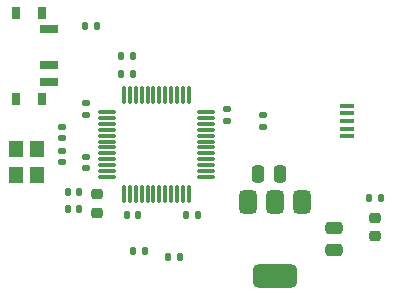
<source format=gbr>
%TF.GenerationSoftware,KiCad,Pcbnew,8.0.3*%
%TF.CreationDate,2024-07-09T00:13:46+05:30*%
%TF.ProjectId,STM32 PCB DESIGN,53544d33-3220-4504-9342-204445534947,rev?*%
%TF.SameCoordinates,Original*%
%TF.FileFunction,Paste,Top*%
%TF.FilePolarity,Positive*%
%FSLAX46Y46*%
G04 Gerber Fmt 4.6, Leading zero omitted, Abs format (unit mm)*
G04 Created by KiCad (PCBNEW 8.0.3) date 2024-07-09 00:13:46*
%MOMM*%
%LPD*%
G01*
G04 APERTURE LIST*
G04 Aperture macros list*
%AMRoundRect*
0 Rectangle with rounded corners*
0 $1 Rounding radius*
0 $2 $3 $4 $5 $6 $7 $8 $9 X,Y pos of 4 corners*
0 Add a 4 corners polygon primitive as box body*
4,1,4,$2,$3,$4,$5,$6,$7,$8,$9,$2,$3,0*
0 Add four circle primitives for the rounded corners*
1,1,$1+$1,$2,$3*
1,1,$1+$1,$4,$5*
1,1,$1+$1,$6,$7*
1,1,$1+$1,$8,$9*
0 Add four rect primitives between the rounded corners*
20,1,$1+$1,$2,$3,$4,$5,0*
20,1,$1+$1,$4,$5,$6,$7,0*
20,1,$1+$1,$6,$7,$8,$9,0*
20,1,$1+$1,$8,$9,$2,$3,0*%
G04 Aperture macros list end*
%ADD10RoundRect,0.135000X0.135000X0.185000X-0.135000X0.185000X-0.135000X-0.185000X0.135000X-0.185000X0*%
%ADD11RoundRect,0.140000X0.140000X0.170000X-0.140000X0.170000X-0.140000X-0.170000X0.140000X-0.170000X0*%
%ADD12RoundRect,0.140000X-0.170000X0.140000X-0.170000X-0.140000X0.170000X-0.140000X0.170000X0.140000X0*%
%ADD13RoundRect,0.140000X0.170000X-0.140000X0.170000X0.140000X-0.170000X0.140000X-0.170000X-0.140000X0*%
%ADD14RoundRect,0.140000X-0.140000X-0.170000X0.140000X-0.170000X0.140000X0.170000X-0.140000X0.170000X0*%
%ADD15RoundRect,0.135000X-0.135000X-0.185000X0.135000X-0.185000X0.135000X0.185000X-0.135000X0.185000X0*%
%ADD16RoundRect,0.375000X-0.375000X0.625000X-0.375000X-0.625000X0.375000X-0.625000X0.375000X0.625000X0*%
%ADD17RoundRect,0.500000X-1.400000X0.500000X-1.400000X-0.500000X1.400000X-0.500000X1.400000X0.500000X0*%
%ADD18RoundRect,0.218750X-0.256250X0.218750X-0.256250X-0.218750X0.256250X-0.218750X0.256250X0.218750X0*%
%ADD19RoundRect,0.250000X-0.250000X-0.475000X0.250000X-0.475000X0.250000X0.475000X-0.250000X0.475000X0*%
%ADD20R,1.300000X0.450000*%
%ADD21RoundRect,0.075000X-0.662500X-0.075000X0.662500X-0.075000X0.662500X0.075000X-0.662500X0.075000X0*%
%ADD22RoundRect,0.075000X-0.075000X-0.662500X0.075000X-0.662500X0.075000X0.662500X-0.075000X0.662500X0*%
%ADD23RoundRect,0.250000X0.475000X-0.250000X0.475000X0.250000X-0.475000X0.250000X-0.475000X-0.250000X0*%
%ADD24R,0.800000X1.000000*%
%ADD25R,1.500000X0.700000*%
%ADD26R,1.200000X1.400000*%
%ADD27RoundRect,0.135000X-0.185000X0.135000X-0.185000X-0.135000X0.185000X-0.135000X0.185000X0.135000X0*%
G04 APERTURE END LIST*
D10*
%TO.C,R4*%
X115010000Y-63500000D03*
X113990000Y-63500000D03*
%TD*%
D11*
%TO.C,C8*%
X109480000Y-60000000D03*
X108520000Y-60000000D03*
%TD*%
D12*
%TO.C,C2*%
X122000000Y-51520000D03*
X122000000Y-52480000D03*
%TD*%
D13*
%TO.C,C4*%
X110000000Y-51980000D03*
X110000000Y-51020000D03*
%TD*%
D14*
%TO.C,C5*%
X113020000Y-47000000D03*
X113980000Y-47000000D03*
%TD*%
D13*
%TO.C,C10*%
X108000000Y-53980000D03*
X108000000Y-53020000D03*
%TD*%
D15*
%TO.C,R5*%
X116990000Y-64000000D03*
X118010000Y-64000000D03*
%TD*%
D14*
%TO.C,C1*%
X113020000Y-48500000D03*
X113980000Y-48500000D03*
%TD*%
D10*
%TO.C,R3*%
X135010000Y-59000000D03*
X133990000Y-59000000D03*
%TD*%
D16*
%TO.C,U2*%
X128350000Y-59350000D03*
X126050000Y-59350000D03*
D17*
X126050000Y-65650000D03*
D16*
X123750000Y-59350000D03*
%TD*%
D11*
%TO.C,C7*%
X109480000Y-58500000D03*
X108520000Y-58500000D03*
%TD*%
%TO.C,C3*%
X119480000Y-60500000D03*
X118520000Y-60500000D03*
%TD*%
D18*
%TO.C,FB1*%
X111000000Y-58712500D03*
X111000000Y-60287500D03*
%TD*%
D19*
%TO.C,C12*%
X124600000Y-57000000D03*
X126500000Y-57000000D03*
%TD*%
D20*
%TO.C,J1*%
X132100000Y-53805000D03*
X132100000Y-53155000D03*
X132100000Y-52505000D03*
X132100000Y-51855000D03*
X132100000Y-51205000D03*
%TD*%
D13*
%TO.C,C6*%
X110000000Y-56480000D03*
X110000000Y-55520000D03*
%TD*%
%TO.C,C11*%
X108000000Y-55980000D03*
X108000000Y-55020000D03*
%TD*%
D21*
%TO.C,U1*%
X111837500Y-51750000D03*
X111837500Y-52250000D03*
X111837500Y-52750000D03*
X111837500Y-53250000D03*
X111837500Y-53750000D03*
X111837500Y-54250000D03*
X111837500Y-54750000D03*
X111837500Y-55250000D03*
X111837500Y-55750000D03*
X111837500Y-56250000D03*
X111837500Y-56750000D03*
X111837500Y-57250000D03*
D22*
X113250000Y-58662500D03*
X113750000Y-58662500D03*
X114250000Y-58662500D03*
X114750000Y-58662500D03*
X115250000Y-58662500D03*
X115750000Y-58662500D03*
X116250000Y-58662500D03*
X116750000Y-58662500D03*
X117250000Y-58662500D03*
X117750000Y-58662500D03*
X118250000Y-58662500D03*
X118750000Y-58662500D03*
D21*
X120162500Y-57250000D03*
X120162500Y-56750000D03*
X120162500Y-56250000D03*
X120162500Y-55750000D03*
X120162500Y-55250000D03*
X120162500Y-54750000D03*
X120162500Y-54250000D03*
X120162500Y-53750000D03*
X120162500Y-53250000D03*
X120162500Y-52750000D03*
X120162500Y-52250000D03*
X120162500Y-51750000D03*
D22*
X118750000Y-50337500D03*
X118250000Y-50337500D03*
X117750000Y-50337500D03*
X117250000Y-50337500D03*
X116750000Y-50337500D03*
X116250000Y-50337500D03*
X115750000Y-50337500D03*
X115250000Y-50337500D03*
X114750000Y-50337500D03*
X114250000Y-50337500D03*
X113750000Y-50337500D03*
X113250000Y-50337500D03*
%TD*%
D14*
%TO.C,C9*%
X113520000Y-60500000D03*
X114480000Y-60500000D03*
%TD*%
D23*
%TO.C,C13*%
X131050000Y-63450000D03*
X131050000Y-61550000D03*
%TD*%
D24*
%TO.C,SW1*%
X106280000Y-43350000D03*
X104070000Y-43350000D03*
X106280000Y-50650000D03*
X104070000Y-50650000D03*
D25*
X106930000Y-44750000D03*
X106930000Y-47750000D03*
X106930000Y-49250000D03*
%TD*%
D15*
%TO.C,R1*%
X109990000Y-44500000D03*
X111010000Y-44500000D03*
%TD*%
D18*
%TO.C,D1*%
X134500000Y-60712500D03*
X134500000Y-62287500D03*
%TD*%
D26*
%TO.C,Y1*%
X104150000Y-54900000D03*
X104150000Y-57100000D03*
X105850000Y-57100000D03*
X105850000Y-54900000D03*
%TD*%
D27*
%TO.C,R2*%
X125000000Y-51990000D03*
X125000000Y-53010000D03*
%TD*%
M02*

</source>
